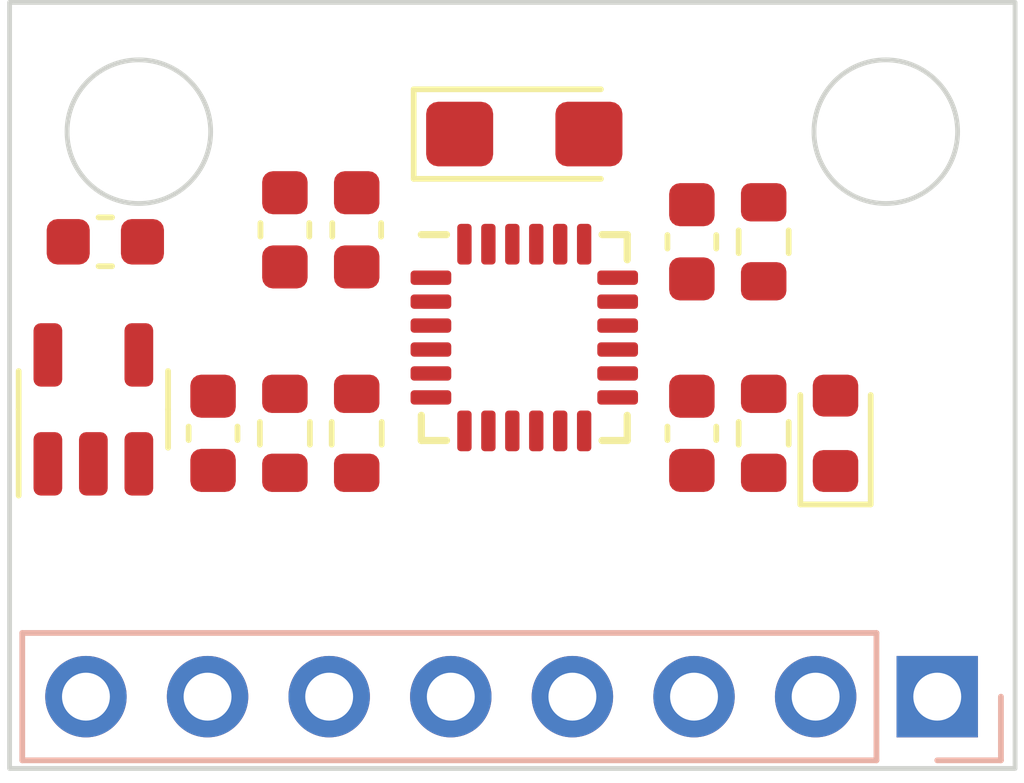
<source format=kicad_pcb>
(kicad_pcb (version 20240108) (generator "pcbnew") (generator_version "8.0")
  (layers (0 "F.Cu" signal) (31 "B.Cu" signal) (34 "B.Paste" user) (35 "F.Paste" user) (36 "B.SilkS" user "B.Silkscreen") (37 "F.SilkS" user "F.Silkscreen") (38 "B.Mask" user) (39 "F.Mask" user) (44 "Edge.Cuts" user))
  (net 0 "")
  (footprint "Resistor_SMD:R_0603_1608Metric" (layer "F.Cu") (at 127.25 99 90)
    (property "Reference" "R2" (hide yes))
    (property "Value" "R" (hide yes))
    (fp_line (start -0.237258 -0.5225) (end 0.237258 -0.5225) (stroke (width 0.12)) (layer "F.SilkS"))
    (fp_line (start -0.237258 0.5225) (end 0.237258 0.5225) (stroke (width 0.12)) (layer "F.SilkS"))
    (pad "1" smd roundrect (at -0.825 0 90) (size 0.8 0.95) (layers "F.Cu" "F.Paste" "F.Mask"))
    (pad "2" smd roundrect (at 0.825 0 90) (size 0.8 0.95) (layers "F.Cu" "F.Paste" "F.Mask"))
  )
  (footprint "Resistor_SMD:R_0603_1608Metric" (layer "F.Cu") (at 135.75 95 90)
    (property "Reference" "R3" (hide yes))
    (property "Value" "R" (hide yes))
    (fp_line (start -0.237258 -0.5225) (end 0.237258 -0.5225) (stroke (width 0.12)) (layer "F.SilkS"))
    (fp_line (start -0.237258 0.5225) (end 0.237258 0.5225) (stroke (width 0.12)) (layer "F.SilkS"))
    (pad "1" smd roundrect (at -0.825 0 90) (size 0.8 0.95) (layers "F.Cu" "F.Paste" "F.Mask"))
    (pad "2" smd roundrect (at 0.825 0 90) (size 0.8 0.95) (layers "F.Cu" "F.Paste" "F.Mask"))
  )
  (footprint "Capacitor_SMD:C_0603_1608Metric" (layer "F.Cu") (at 124.25 99 90)
    (property "Reference" "C1" (hide yes))
    (property "Value" "C" (hide yes))
    (fp_line (start -0.14058 -0.51) (end 0.14058 -0.51) (stroke (width 0.12)) (layer "F.SilkS"))
    (fp_line (start -0.14058 0.51) (end 0.14058 0.51) (stroke (width 0.12)) (layer "F.SilkS"))
    (pad "1" smd roundrect (at -0.775 0 90) (size 0.9 0.95) (layers "F.Cu" "F.Paste" "F.Mask"))
    (pad "2" smd roundrect (at 0.775 0 90) (size 0.9 0.95) (layers "F.Cu" "F.Paste" "F.Mask"))
  )
  (footprint "Capacitor_SMD:C_0603_1608Metric" (layer "F.Cu") (at 134.25 99 90)
    (property "Reference" "C5" (hide yes))
    (property "Value" "C" (hide yes))
    (fp_line (start -0.14058 -0.51) (end 0.14058 -0.51) (stroke (width 0.12)) (layer "F.SilkS"))
    (fp_line (start -0.14058 0.51) (end 0.14058 0.51) (stroke (width 0.12)) (layer "F.SilkS"))
    (pad "1" smd roundrect (at -0.775 0 90) (size 0.9 0.95) (layers "F.Cu" "F.Paste" "F.Mask"))
    (pad "2" smd roundrect (at 0.775 0 90) (size 0.9 0.95) (layers "F.Cu" "F.Paste" "F.Mask"))
  )
  (footprint "Capacitor_SMD:C_0603_1608Metric" (layer "F.Cu") (at 125.75 94.75 90)
    (property "Reference" "C6" (hide yes))
    (property "Value" "C" (hide yes))
    (fp_line (start -0.14058 -0.51) (end 0.14058 -0.51) (stroke (width 0.12)) (layer "F.SilkS"))
    (fp_line (start -0.14058 0.51) (end 0.14058 0.51) (stroke (width 0.12)) (layer "F.SilkS"))
    (pad "1" smd roundrect (at -0.775 0 90) (size 0.9 0.95) (layers "F.Cu" "F.Paste" "F.Mask"))
    (pad "2" smd roundrect (at 0.775 0 90) (size 0.9 0.95) (layers "F.Cu" "F.Paste" "F.Mask"))
  )
  (footprint "Package_TO_SOT_SMD:SOT-23-5" (layer "F.Cu") (at 121.75 98.5 90)
    (property "Reference" "U1" (hide yes))
    (property "Value" "TC1017-xCT" (hide yes))
    (fp_line (start 0 -1.56) (end 0.8 -1.56) (stroke (width 0.12)) (layer "F.SilkS"))
    (fp_line (start 0 -1.56) (end -1.8 -1.56) (stroke (width 0.12)) (layer "F.SilkS"))
    (fp_line (start 0 1.56) (end 0.8 1.56) (stroke (width 0.12)) (layer "F.SilkS"))
    (fp_line (start 0 1.56) (end -0.8 1.56) (stroke (width 0.12)) (layer "F.SilkS"))
    (pad "1" smd roundrect (at -1.1375 -0.95 90) (size 1.325 0.6) (layers "F.Cu" "F.Paste" "F.Mask"))
    (pad "2" smd roundrect (at -1.1375 0 90) (size 1.325 0.6) (layers "F.Cu" "F.Paste" "F.Mask"))
    (pad "3" smd roundrect (at -1.1375 0.95 90) (size 1.325 0.6) (layers "F.Cu" "F.Paste" "F.Mask"))
    (pad "4" smd roundrect (at 1.1375 0.95 90) (size 1.325 0.6) (layers "F.Cu" "F.Paste" "F.Mask"))
    (pad "5" smd roundrect (at 1.1375 -0.95 90) (size 1.325 0.6) (layers "F.Cu" "F.Paste" "F.Mask"))
  )
  (footprint "Capacitor_Tantalum_SMD:CP_EIA-3216-10_Kemet-I" (layer "F.Cu") (at 130.75 92.75)
    (property "Reference" "C7" (hide yes))
    (property "Value" "C" (hide yes))
    (fp_line (start -2.31 -0.935) (end -2.31 0.935) (stroke (width 0.12)) (layer "F.SilkS"))
    (fp_line (start -2.31 0.935) (end 1.6 0.935) (stroke (width 0.12)) (layer "F.SilkS"))
    (fp_line (start 1.6 -0.935) (end -2.31 -0.935) (stroke (width 0.12)) (layer "F.SilkS"))
    (pad "1" smd roundrect (at -1.35 0) (size 1.4 1.35) (layers "F.Cu" "F.Paste" "F.Mask") (roundrect_rratio 0.185185))
    (pad "2" smd roundrect (at 1.35 0) (size 1.4 1.35) (layers "F.Cu" "F.Paste" "F.Mask") (roundrect_rratio 0.185185))
  )
  (footprint "Resistor_SMD:R_0603_1608Metric" (layer "F.Cu") (at 135.75 99 90)
    (property "Reference" "R4" (hide yes))
    (property "Value" "R" (hide yes))
    (fp_line (start -0.237258 -0.5225) (end 0.237258 -0.5225) (stroke (width 0.12)) (layer "F.SilkS"))
    (fp_line (start -0.237258 0.5225) (end 0.237258 0.5225) (stroke (width 0.12)) (layer "F.SilkS"))
    (pad "1" smd roundrect (at -0.825 0 90) (size 0.8 0.95) (layers "F.Cu" "F.Paste" "F.Mask"))
    (pad "2" smd roundrect (at 0.825 0 90) (size 0.8 0.95) (layers "F.Cu" "F.Paste" "F.Mask"))
  )
  (footprint "Resistor_SMD:R_0603_1608Metric" (layer "F.Cu") (at 125.75 99 90)
    (property "Reference" "R1" (hide yes))
    (property "Value" "R" (hide yes))
    (fp_line (start -0.237258 -0.5225) (end 0.237258 -0.5225) (stroke (width 0.12)) (layer "F.SilkS"))
    (fp_line (start -0.237258 0.5225) (end 0.237258 0.5225) (stroke (width 0.12)) (layer "F.SilkS"))
    (pad "1" smd roundrect (at -0.825 0 90) (size 0.8 0.95) (layers "F.Cu" "F.Paste" "F.Mask"))
    (pad "2" smd roundrect (at 0.825 0 90) (size 0.8 0.95) (layers "F.Cu" "F.Paste" "F.Mask"))
  )
  (footprint "Capacitor_SMD:C_0603_1608Metric" (layer "F.Cu") (at 122 95)
    (property "Reference" "C3" (hide yes))
    (property "Value" "C" (hide yes))
    (fp_line (start -0.14058 -0.51) (end 0.14058 -0.51) (stroke (width 0.12)) (layer "F.SilkS"))
    (fp_line (start -0.14058 0.51) (end 0.14058 0.51) (stroke (width 0.12)) (layer "F.SilkS"))
    (pad "1" smd roundrect (at -0.775 0) (size 0.9 0.95) (layers "F.Cu" "F.Paste" "F.Mask"))
    (pad "2" smd roundrect (at 0.775 0) (size 0.9 0.95) (layers "F.Cu" "F.Paste" "F.Mask"))
  )
  (footprint "Sensor_Motion:InvenSense_QFN-24_4x4mm_P0.5mm" (layer "F.Cu") (at 130.75 97)
    (property "Reference" "U2" (hide yes))
    (property "Value" "MPU-6050" (hide yes))
    (fp_line (start -2.15 -2.15) (end -1.625 -2.15) (stroke (width 0.15)) (layer "F.SilkS"))
    (fp_line (start -2.15 2.15) (end -2.15 1.625) (stroke (width 0.15)) (layer "F.SilkS"))
    (fp_line (start -2.15 2.15) (end -1.625 2.15) (stroke (width 0.15)) (layer "F.SilkS"))
    (fp_line (start 2.15 -2.15) (end 1.625 -2.15) (stroke (width 0.15)) (layer "F.SilkS"))
    (fp_line (start 2.15 -2.15) (end 2.15 -1.625) (stroke (width 0.15)) (layer "F.SilkS"))
    (fp_line (start 2.15 2.15) (end 1.625 2.15) (stroke (width 0.15)) (layer "F.SilkS"))
    (fp_line (start 2.15 2.15) (end 2.15 1.625) (stroke (width 0.15)) (layer "F.SilkS"))
    (pad "1" smd roundrect (at -1.95 -1.25) (size 0.85 0.3) (layers "F.Cu" "F.Paste" "F.Mask"))
    (pad "2" smd roundrect (at -1.95 -0.75) (size 0.85 0.3) (layers "F.Cu" "F.Paste" "F.Mask"))
    (pad "3" smd roundrect (at -1.95 -0.25) (size 0.85 0.3) (layers "F.Cu" "F.Paste" "F.Mask"))
    (pad "4" smd roundrect (at -1.95 0.25) (size 0.85 0.3) (layers "F.Cu" "F.Paste" "F.Mask"))
    (pad "5" smd roundrect (at -1.95 0.75) (size 0.85 0.3) (layers "F.Cu" "F.Paste" "F.Mask"))
    (pad "6" smd roundrect (at -1.95 1.25) (size 0.85 0.3) (layers "F.Cu" "F.Paste" "F.Mask"))
    (pad "7" smd roundrect (at -1.25 1.95 90) (size 0.85 0.3) (layers "F.Cu" "F.Paste" "F.Mask"))
    (pad "8" smd roundrect (at -0.75 1.95 90) (size 0.85 0.3) (layers "F.Cu" "F.Paste" "F.Mask"))
    (pad "9" smd roundrect (at -0.25 1.95 90) (size 0.85 0.3) (layers "F.Cu" "F.Paste" "F.Mask"))
    (pad "10" smd roundrect (at 0.25 1.95 90) (size 0.85 0.3) (layers "F.Cu" "F.Paste" "F.Mask"))
    (pad "11" smd roundrect (at 0.75 1.95 90) (size 0.85 0.3) (layers "F.Cu" "F.Paste" "F.Mask"))
    (pad "12" smd roundrect (at 1.25 1.95 90) (size 0.85 0.3) (layers "F.Cu" "F.Paste" "F.Mask"))
    (pad "13" smd roundrect (at 1.95 1.25) (size 0.85 0.3) (layers "F.Cu" "F.Paste" "F.Mask"))
    (pad "14" smd roundrect (at 1.95 0.75) (size 0.85 0.3) (layers "F.Cu" "F.Paste" "F.Mask"))
    (pad "15" smd roundrect (at 1.95 0.25) (size 0.85 0.3) (layers "F.Cu" "F.Paste" "F.Mask"))
    (pad "16" smd roundrect (at 1.95 -0.25) (size 0.85 0.3) (layers "F.Cu" "F.Paste" "F.Mask"))
    (pad "17" smd roundrect (at 1.95 -0.75) (size 0.85 0.3) (layers "F.Cu" "F.Paste" "F.Mask"))
    (pad "18" smd roundrect (at 1.95 -1.25) (size 0.85 0.3) (layers "F.Cu" "F.Paste" "F.Mask"))
    (pad "19" smd roundrect (at 1.25 -1.95 90) (size 0.85 0.3) (layers "F.Cu" "F.Paste" "F.Mask"))
    (pad "20" smd roundrect (at 0.75 -1.95 90) (size 0.85 0.3) (layers "F.Cu" "F.Paste" "F.Mask"))
    (pad "21" smd roundrect (at 0.25 -1.95 90) (size 0.85 0.3) (layers "F.Cu" "F.Paste" "F.Mask"))
    (pad "22" smd roundrect (at -0.25 -1.95 90) (size 0.85 0.3) (layers "F.Cu" "F.Paste" "F.Mask"))
    (pad "23" smd roundrect (at -0.75 -1.95 90) (size 0.85 0.3) (layers "F.Cu" "F.Paste" "F.Mask"))
    (pad "24" smd roundrect (at -1.25 -1.95 90) (size 0.85 0.3) (layers "F.Cu" "F.Paste" "F.Mask"))
  )
  (footprint "LED_SMD:LED_0603_1608Metric" (layer "F.Cu") (at 137.25 99 90)
    (property "Reference" "D1" (hide yes))
    (property "Value" "LED" (hide yes))
    (fp_line (start 0.8 -0.735) (end -1.485 -0.735) (stroke (width 0.12)) (layer "F.SilkS"))
    (fp_line (start -1.485 -0.735) (end -1.485 0.735) (stroke (width 0.12)) (layer "F.SilkS"))
    (fp_line (start -1.485 0.735) (end 0.8 0.735) (stroke (width 0.12)) (layer "F.SilkS"))
    (pad "1" smd roundrect (at -0.7875 0 90) (size 0.875 0.95) (layers "F.Cu" "F.Paste" "F.Mask"))
    (pad "2" smd roundrect (at 0.7875 0 90) (size 0.875 0.95) (layers "F.Cu" "F.Paste" "F.Mask"))
  )
  (footprint "Capacitor_SMD:C_0603_1608Metric" (layer "F.Cu") (at 134.25 95 90)
    (property "Reference" "C4" (hide yes))
    (property "Value" "C" (hide yes))
    (fp_line (start -0.14058 -0.51) (end 0.14058 -0.51) (stroke (width 0.12)) (layer "F.SilkS"))
    (fp_line (start -0.14058 0.51) (end 0.14058 0.51) (stroke (width 0.12)) (layer "F.SilkS"))
    (pad "1" smd roundrect (at -0.775 0 90) (size 0.9 0.95) (layers "F.Cu" "F.Paste" "F.Mask"))
    (pad "2" smd roundrect (at 0.775 0 90) (size 0.9 0.95) (layers "F.Cu" "F.Paste" "F.Mask"))
  )
  (footprint "Capacitor_SMD:C_0603_1608Metric" (layer "F.Cu") (at 127.25 94.75 90)
    (property "Reference" "C2" (hide yes))
    (property "Value" "C" (hide yes))
    (fp_line (start -0.14058 -0.51) (end 0.14058 -0.51) (stroke (width 0.12)) (layer "F.SilkS"))
    (fp_line (start -0.14058 0.51) (end 0.14058 0.51) (stroke (width 0.12)) (layer "F.SilkS"))
    (pad "1" smd roundrect (at -0.775 0 90) (size 0.9 0.95) (layers "F.Cu" "F.Paste" "F.Mask"))
    (pad "2" smd roundrect (at 0.775 0 90) (size 0.9 0.95) (layers "F.Cu" "F.Paste" "F.Mask"))
  )
  (footprint "Connector_PinHeader_2.54mm:PinHeader_1x08_P2.54mm_Vertical" (layer "B.Cu") (at 139.375 104.5 90)
    (property "Reference" "J1" (hide yes))
    (property "Value" "Conn_01x08" (hide yes))
    (fp_line (start 1.33 -19.11) (end -1.33 -19.11) (stroke (width 0.12)) (layer "B.SilkS"))
    (fp_line (start 1.33 -19.11) (end 1.33 -1.27) (stroke (width 0.12)) (layer "B.SilkS"))
    (fp_line (start -1.33 -19.11) (end -1.33 -1.27) (stroke (width 0.12)) (layer "B.SilkS"))
    (fp_line (start 1.33 -1.27) (end -1.33 -1.27) (stroke (width 0.12)) (layer "B.SilkS"))
    (fp_line (start 0 1.33) (end -1.33 1.33) (stroke (width 0.12)) (layer "B.SilkS"))
    (fp_line (start -1.33 1.33) (end -1.33 0) (stroke (width 0.12)) (layer "B.SilkS"))
    (pad "1" thru_hole rect (at 0 0 90) (size 1.7 1.7) (drill 1) (layers "*.Cu" "*.Mask"))
    (pad "2" thru_hole oval (at 0 -2.54 90) (size 1.7 1.7) (drill 1) (layers "*.Cu" "*.Mask"))
    (pad "3" thru_hole oval (at 0 -5.08 90) (size 1.7 1.7) (drill 1) (layers "*.Cu" "*.Mask"))
    (pad "4" thru_hole oval (at 0 -7.62 90) (size 1.7 1.7) (drill 1) (layers "*.Cu" "*.Mask"))
    (pad "5" thru_hole oval (at 0 -10.16 90) (size 1.7 1.7) (drill 1) (layers "*.Cu" "*.Mask"))
    (pad "6" thru_hole oval (at 0 -12.7 90) (size 1.7 1.7) (drill 1) (layers "*.Cu" "*.Mask"))
    (pad "7" thru_hole oval (at 0 -15.24 90) (size 1.7 1.7) (drill 1) (layers "*.Cu" "*.Mask"))
    (pad "8" thru_hole oval (at 0 -17.78 90) (size 1.7 1.7) (drill 1) (layers "*.Cu" "*.Mask"))
  )
  (gr_rect (start 120 90) (end 141 106) (stroke (width 0.1)) (fill none) (layer "Edge.Cuts"))
  (gr_circle (center 122.7 92.7) (end 124.2 92.7) (stroke (width 0.1)) (fill none) (layer "Edge.Cuts"))
  (gr_circle (center 138.3 92.7) (end 139.8 92.7) (stroke (width 0.1)) (fill none) (layer "Edge.Cuts"))
)
</source>
